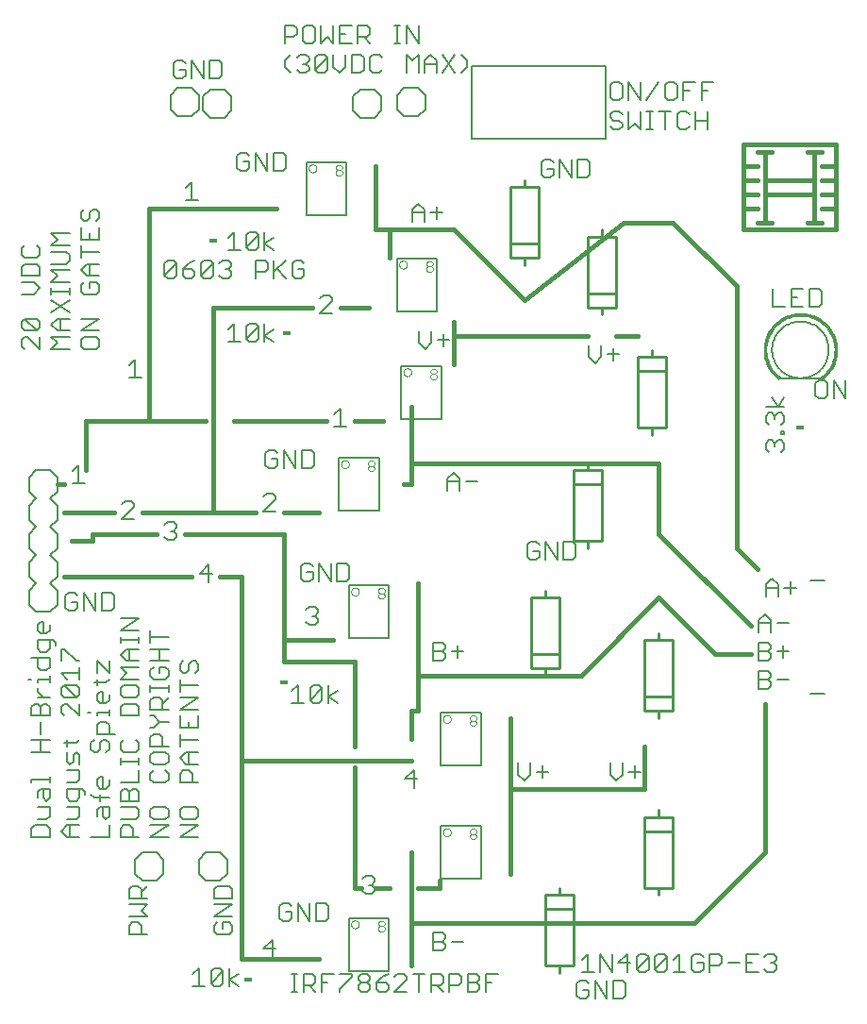
<source format=gto>
G75*
%MOIN*%
%OFA0B0*%
%FSLAX24Y24*%
%IPPOS*%
%LPD*%
%AMOC8*
5,1,8,0,0,1.08239X$1,22.5*
%
%ADD10C,0.0060*%
%ADD11C,0.0160*%
%ADD12C,0.0050*%
%ADD13C,0.0020*%
%ADD14C,0.0040*%
%ADD15C,0.0080*%
%ADD16R,0.0300X0.0180*%
%ADD17C,0.0100*%
%ADD18C,0.0010*%
D10*
X003979Y008430D02*
X003979Y008750D01*
X004086Y008857D01*
X004513Y008857D01*
X004620Y008750D01*
X004620Y008430D01*
X003979Y008430D01*
X004193Y009075D02*
X004513Y009075D01*
X004620Y009181D01*
X004620Y009502D01*
X004193Y009502D01*
X004193Y009826D02*
X004193Y010039D01*
X004300Y010146D01*
X004620Y010146D01*
X004620Y009826D01*
X004513Y009719D01*
X004406Y009826D01*
X004406Y010146D01*
X004620Y010364D02*
X004620Y010577D01*
X004620Y010470D02*
X003979Y010470D01*
X003979Y010364D01*
X003979Y011438D02*
X004620Y011438D01*
X004300Y011438D02*
X004300Y011865D01*
X004300Y012082D02*
X004300Y012509D01*
X004300Y012727D02*
X004300Y013047D01*
X004406Y013154D01*
X004513Y013154D01*
X004620Y013047D01*
X004620Y012727D01*
X003979Y012727D01*
X003979Y013047D01*
X004086Y013154D01*
X004193Y013154D01*
X004300Y013047D01*
X004406Y013372D02*
X004193Y013585D01*
X004193Y013692D01*
X004193Y013909D02*
X004193Y014015D01*
X004620Y014015D01*
X004620Y013909D02*
X004620Y014122D01*
X004513Y014338D02*
X004300Y014338D01*
X004193Y014445D01*
X004193Y014765D01*
X003979Y014765D02*
X004620Y014765D01*
X004620Y014445D01*
X004513Y014338D01*
X005029Y014230D02*
X005670Y014230D01*
X005670Y014443D02*
X005670Y014016D01*
X005563Y013799D02*
X005136Y013799D01*
X005563Y013372D01*
X005670Y013478D01*
X005670Y013692D01*
X005563Y013799D01*
X005243Y014016D02*
X005029Y014230D01*
X005136Y013799D02*
X005029Y013692D01*
X005029Y013478D01*
X005136Y013372D01*
X005563Y013372D01*
X005670Y013154D02*
X005670Y012727D01*
X005243Y013154D01*
X005136Y013154D01*
X005029Y013047D01*
X005029Y012834D01*
X005136Y012727D01*
X004620Y013372D02*
X004193Y013372D01*
X003979Y014015D02*
X003873Y014015D01*
X004300Y014983D02*
X004513Y014983D01*
X004620Y015090D01*
X004620Y015410D01*
X004727Y015410D02*
X004193Y015410D01*
X004193Y015090D01*
X004300Y014983D01*
X004834Y015196D02*
X004834Y015303D01*
X004727Y015410D01*
X004513Y015627D02*
X004300Y015627D01*
X004193Y015734D01*
X004193Y015948D01*
X004300Y016055D01*
X004406Y016055D01*
X004406Y015627D01*
X004513Y015627D02*
X004620Y015734D01*
X004620Y015948D01*
X005180Y016537D02*
X005287Y016430D01*
X005500Y016430D01*
X005607Y016537D01*
X005607Y016750D01*
X005394Y016750D01*
X005607Y016964D02*
X005500Y017071D01*
X005287Y017071D01*
X005180Y016964D01*
X005180Y016537D01*
X005825Y016430D02*
X005825Y017071D01*
X006252Y016430D01*
X006252Y017071D01*
X006469Y017071D02*
X006789Y017071D01*
X006896Y016964D01*
X006896Y016537D01*
X006789Y016430D01*
X006469Y016430D01*
X006469Y017071D01*
X007129Y016162D02*
X007770Y016162D01*
X007129Y015735D01*
X007770Y015735D01*
X007770Y015519D02*
X007770Y015305D01*
X007770Y015412D02*
X007129Y015412D01*
X007129Y015305D02*
X007129Y015519D01*
X007343Y015088D02*
X007770Y015088D01*
X007450Y015088D02*
X007450Y014661D01*
X007343Y014661D02*
X007129Y014874D01*
X007343Y015088D01*
X007343Y014661D02*
X007770Y014661D01*
X007770Y014443D02*
X007129Y014443D01*
X007343Y014230D01*
X007129Y014016D01*
X007770Y014016D01*
X007663Y013799D02*
X007236Y013799D01*
X007129Y013692D01*
X007129Y013478D01*
X007236Y013372D01*
X007663Y013372D01*
X007770Y013478D01*
X007770Y013692D01*
X007663Y013799D01*
X007663Y013154D02*
X007236Y013154D01*
X007129Y013047D01*
X007129Y012727D01*
X007770Y012727D01*
X007770Y013047D01*
X007663Y013154D01*
X008179Y013262D02*
X008179Y012942D01*
X008820Y012942D01*
X008606Y012942D02*
X008606Y013262D01*
X008500Y013369D01*
X008286Y013369D01*
X008179Y013262D01*
X008179Y013586D02*
X008179Y013800D01*
X008179Y013693D02*
X008820Y013693D01*
X008820Y013586D02*
X008820Y013800D01*
X008713Y014016D02*
X008820Y014123D01*
X008820Y014336D01*
X008713Y014443D01*
X008500Y014443D01*
X008500Y014230D01*
X008286Y014443D02*
X008179Y014336D01*
X008179Y014123D01*
X008286Y014016D01*
X008713Y014016D01*
X009229Y014013D02*
X009229Y013586D01*
X009229Y013800D02*
X009870Y013800D01*
X009870Y013369D02*
X009229Y013369D01*
X008820Y013369D02*
X008606Y013155D01*
X008286Y012724D02*
X008179Y012724D01*
X008286Y012724D02*
X008500Y012511D01*
X008820Y012511D01*
X008500Y012511D02*
X008286Y012297D01*
X008179Y012297D01*
X008286Y012080D02*
X008500Y012080D01*
X008606Y011973D01*
X008606Y011653D01*
X008820Y011653D02*
X008179Y011653D01*
X008179Y011973D01*
X008286Y012080D01*
X007770Y011758D02*
X007663Y011865D01*
X007770Y011758D02*
X007770Y011545D01*
X007663Y011438D01*
X007236Y011438D01*
X007129Y011545D01*
X007129Y011758D01*
X007236Y011865D01*
X006934Y012082D02*
X006293Y012082D01*
X006293Y012403D01*
X006400Y012509D01*
X006613Y012509D01*
X006720Y012403D01*
X006720Y012082D01*
X006613Y011865D02*
X006720Y011758D01*
X006720Y011545D01*
X006613Y011438D01*
X006400Y011545D02*
X006400Y011758D01*
X006506Y011865D01*
X006613Y011865D01*
X006400Y011545D02*
X006293Y011438D01*
X006186Y011438D01*
X006079Y011545D01*
X006079Y011758D01*
X006186Y011865D01*
X005670Y011866D02*
X005563Y011760D01*
X005136Y011760D01*
X005243Y011866D02*
X005243Y011653D01*
X005243Y011435D02*
X005243Y011115D01*
X005350Y011008D01*
X005456Y011115D01*
X005456Y011328D01*
X005563Y011435D01*
X005670Y011328D01*
X005670Y011008D01*
X005670Y010791D02*
X005243Y010791D01*
X005670Y010791D02*
X005670Y010470D01*
X005563Y010364D01*
X005243Y010364D01*
X005243Y010146D02*
X005243Y009826D01*
X005350Y009719D01*
X005563Y009719D01*
X005670Y009826D01*
X005670Y010146D01*
X005777Y010146D02*
X005243Y010146D01*
X005777Y010146D02*
X005884Y010039D01*
X005884Y009933D01*
X006079Y009933D02*
X006186Y009826D01*
X006720Y009826D01*
X006720Y009502D02*
X006400Y009502D01*
X006293Y009395D01*
X006293Y009181D01*
X006506Y009181D02*
X006506Y009502D01*
X006720Y009502D02*
X006720Y009181D01*
X006613Y009075D01*
X006506Y009181D01*
X006720Y008857D02*
X006720Y008430D01*
X006079Y008430D01*
X005670Y008430D02*
X005243Y008430D01*
X005029Y008644D01*
X005243Y008857D01*
X005670Y008857D01*
X005563Y009075D02*
X005243Y009075D01*
X005350Y008857D02*
X005350Y008430D01*
X005563Y009075D02*
X005670Y009181D01*
X005670Y009502D01*
X005243Y009502D01*
X006293Y010256D02*
X006293Y010469D01*
X006400Y010576D01*
X006506Y010576D01*
X006506Y010149D01*
X006400Y010149D02*
X006293Y010256D01*
X006400Y010149D02*
X006613Y010149D01*
X006720Y010256D01*
X006720Y010469D01*
X007129Y010364D02*
X007770Y010364D01*
X007770Y010791D01*
X007770Y011008D02*
X007770Y011222D01*
X007770Y011115D02*
X007129Y011115D01*
X007129Y011008D02*
X007129Y011222D01*
X008179Y011328D02*
X008179Y011115D01*
X008286Y011008D01*
X008713Y011008D01*
X008820Y011115D01*
X008820Y011328D01*
X008713Y011435D01*
X008286Y011435D01*
X008179Y011328D01*
X008286Y010791D02*
X008179Y010684D01*
X008179Y010470D01*
X008286Y010364D01*
X008713Y010364D01*
X008820Y010470D01*
X008820Y010684D01*
X008713Y010791D01*
X009229Y010684D02*
X009229Y010364D01*
X009870Y010364D01*
X009656Y010364D02*
X009656Y010684D01*
X009550Y010791D01*
X009336Y010791D01*
X009229Y010684D01*
X009443Y011008D02*
X009229Y011222D01*
X009443Y011435D01*
X009870Y011435D01*
X009550Y011435D02*
X009550Y011008D01*
X009443Y011008D02*
X009870Y011008D01*
X009870Y011866D02*
X009229Y011866D01*
X009229Y011653D02*
X009229Y012080D01*
X009229Y012297D02*
X009870Y012297D01*
X009870Y012724D01*
X009870Y012942D02*
X009229Y012942D01*
X009870Y013369D01*
X009763Y014231D02*
X009870Y014338D01*
X009870Y014551D01*
X009763Y014658D01*
X009656Y014658D01*
X009550Y014551D01*
X009550Y014338D01*
X009443Y014231D01*
X009336Y014231D01*
X009229Y014338D01*
X009229Y014551D01*
X009336Y014658D01*
X008820Y014661D02*
X008179Y014661D01*
X008500Y014661D02*
X008500Y015088D01*
X008820Y015088D02*
X008179Y015088D01*
X008179Y015305D02*
X008179Y015732D01*
X008179Y015519D02*
X008820Y015519D01*
X010250Y017430D02*
X010250Y018071D01*
X009930Y017750D01*
X010357Y017750D01*
X009107Y019037D02*
X009000Y018930D01*
X008787Y018930D01*
X008680Y019037D01*
X008894Y019250D02*
X009000Y019250D01*
X009107Y019144D01*
X009107Y019037D01*
X009000Y019250D02*
X009107Y019357D01*
X009107Y019464D01*
X009000Y019571D01*
X008787Y019571D01*
X008680Y019464D01*
X007607Y019680D02*
X007180Y019680D01*
X007607Y020107D01*
X007607Y020214D01*
X007500Y020321D01*
X007287Y020321D01*
X007180Y020214D01*
X005857Y020930D02*
X005430Y020930D01*
X005644Y020930D02*
X005644Y021571D01*
X005430Y021357D01*
X007430Y024680D02*
X007857Y024680D01*
X007644Y024680D02*
X007644Y025321D01*
X007430Y025107D01*
X006370Y025787D02*
X006370Y026000D01*
X006263Y026107D01*
X005836Y026107D01*
X005729Y026000D01*
X005729Y025787D01*
X005836Y025680D01*
X006263Y025680D01*
X006370Y025787D01*
X006370Y026325D02*
X005729Y026325D01*
X006370Y026752D01*
X005729Y026752D01*
X005320Y026752D02*
X004893Y026752D01*
X004679Y026538D01*
X004893Y026325D01*
X005320Y026325D01*
X005320Y026107D02*
X004679Y026107D01*
X004893Y025894D01*
X004679Y025680D01*
X005320Y025680D01*
X005000Y026325D02*
X005000Y026752D01*
X005320Y026969D02*
X004679Y027396D01*
X004679Y027614D02*
X004679Y027827D01*
X004679Y027720D02*
X005320Y027720D01*
X005320Y027614D02*
X005320Y027827D01*
X005320Y028043D02*
X004679Y028043D01*
X004893Y028257D01*
X004679Y028470D01*
X005320Y028470D01*
X005213Y028688D02*
X005320Y028795D01*
X005320Y029008D01*
X005213Y029115D01*
X004679Y029115D01*
X004679Y029332D02*
X004893Y029546D01*
X004679Y029759D01*
X005320Y029759D01*
X005320Y029332D02*
X004679Y029332D01*
X004270Y029223D02*
X004163Y029330D01*
X004270Y029223D02*
X004270Y029010D01*
X004163Y028903D01*
X003736Y028903D01*
X003629Y029010D01*
X003629Y029223D01*
X003736Y029330D01*
X003736Y028685D02*
X003629Y028578D01*
X003629Y028258D01*
X004270Y028258D01*
X004270Y028578D01*
X004163Y028685D01*
X003736Y028685D01*
X003629Y028041D02*
X004056Y028041D01*
X004270Y027827D01*
X004056Y027614D01*
X003629Y027614D01*
X003736Y026752D02*
X003629Y026645D01*
X003629Y026431D01*
X003736Y026325D01*
X004163Y026325D01*
X003736Y026752D01*
X004163Y026752D01*
X004270Y026645D01*
X004270Y026431D01*
X004163Y026325D01*
X004270Y026107D02*
X004270Y025680D01*
X003843Y026107D01*
X003736Y026107D01*
X003629Y026000D01*
X003629Y025787D01*
X003736Y025680D01*
X004679Y026969D02*
X005320Y027396D01*
X005729Y027720D02*
X005836Y027614D01*
X006263Y027614D01*
X006370Y027720D01*
X006370Y027934D01*
X006263Y028041D01*
X006050Y028041D01*
X006050Y027827D01*
X005836Y028041D02*
X005729Y027934D01*
X005729Y027720D01*
X005943Y028258D02*
X005729Y028472D01*
X005943Y028685D01*
X006370Y028685D01*
X006050Y028685D02*
X006050Y028258D01*
X005943Y028258D02*
X006370Y028258D01*
X005729Y028903D02*
X005729Y029330D01*
X005729Y029116D02*
X006370Y029116D01*
X006370Y029547D02*
X005729Y029547D01*
X005729Y029974D01*
X005836Y030192D02*
X005943Y030192D01*
X006050Y030299D01*
X006050Y030512D01*
X006156Y030619D01*
X006263Y030619D01*
X006370Y030512D01*
X006370Y030299D01*
X006263Y030192D01*
X006370Y029974D02*
X006370Y029547D01*
X006050Y029547D02*
X006050Y029761D01*
X005836Y030192D02*
X005729Y030299D01*
X005729Y030512D01*
X005836Y030619D01*
X005213Y028688D02*
X004679Y028688D01*
X008680Y028714D02*
X008680Y028287D01*
X009107Y028714D01*
X009107Y028287D01*
X009000Y028180D01*
X008787Y028180D01*
X008680Y028287D01*
X008680Y028714D02*
X008787Y028821D01*
X009000Y028821D01*
X009107Y028714D01*
X009325Y028500D02*
X009645Y028500D01*
X009752Y028394D01*
X009752Y028287D01*
X009645Y028180D01*
X009431Y028180D01*
X009325Y028287D01*
X009325Y028500D01*
X009538Y028714D01*
X009752Y028821D01*
X009969Y028714D02*
X010076Y028821D01*
X010289Y028821D01*
X010396Y028714D01*
X009969Y028287D01*
X010076Y028180D01*
X010289Y028180D01*
X010396Y028287D01*
X010396Y028714D01*
X010614Y028714D02*
X010720Y028821D01*
X010934Y028821D01*
X011041Y028714D01*
X011041Y028607D01*
X010934Y028500D01*
X011041Y028394D01*
X011041Y028287D01*
X010934Y028180D01*
X010720Y028180D01*
X010614Y028287D01*
X010827Y028500D02*
X010934Y028500D01*
X010930Y029180D02*
X011357Y029180D01*
X011144Y029180D02*
X011144Y029821D01*
X010930Y029607D01*
X011575Y029714D02*
X011575Y029287D01*
X012002Y029714D01*
X012002Y029287D01*
X011895Y029180D01*
X011681Y029180D01*
X011575Y029287D01*
X011903Y028821D02*
X012223Y028821D01*
X012330Y028714D01*
X012330Y028500D01*
X012223Y028394D01*
X011903Y028394D01*
X011903Y028180D02*
X011903Y028821D01*
X012219Y029180D02*
X012219Y029821D01*
X012002Y029714D02*
X011895Y029821D01*
X011681Y029821D01*
X011575Y029714D01*
X012219Y029394D02*
X012539Y029607D01*
X012219Y029394D02*
X012539Y029180D01*
X012547Y028821D02*
X012547Y028180D01*
X012547Y028394D02*
X012974Y028821D01*
X013192Y028714D02*
X013192Y028287D01*
X013299Y028180D01*
X013512Y028180D01*
X013619Y028287D01*
X013619Y028500D01*
X013405Y028500D01*
X013192Y028714D02*
X013299Y028821D01*
X013512Y028821D01*
X013619Y028714D01*
X012974Y028180D02*
X012654Y028500D01*
X014180Y027464D02*
X014287Y027571D01*
X014500Y027571D01*
X014607Y027464D01*
X014607Y027357D01*
X014180Y026930D01*
X014607Y026930D01*
X012539Y026357D02*
X012219Y026144D01*
X012539Y025930D01*
X012219Y025930D02*
X012219Y026571D01*
X012002Y026464D02*
X012002Y026037D01*
X011895Y025930D01*
X011681Y025930D01*
X011575Y026037D01*
X012002Y026464D01*
X011895Y026571D01*
X011681Y026571D01*
X011575Y026464D01*
X011575Y026037D01*
X011357Y025930D02*
X010930Y025930D01*
X011144Y025930D02*
X011144Y026571D01*
X010930Y026357D01*
X009969Y028287D02*
X009969Y028714D01*
X009857Y030930D02*
X009430Y030930D01*
X009644Y030930D02*
X009644Y031571D01*
X009430Y031357D01*
X011246Y032087D02*
X011353Y031980D01*
X011567Y031980D01*
X011673Y032087D01*
X011673Y032300D01*
X011460Y032300D01*
X011246Y032087D02*
X011246Y032514D01*
X011353Y032621D01*
X011567Y032621D01*
X011673Y032514D01*
X011891Y032621D02*
X012318Y031980D01*
X012318Y032621D01*
X012535Y032621D02*
X012856Y032621D01*
X012962Y032514D01*
X012962Y032087D01*
X012856Y031980D01*
X012535Y031980D01*
X012535Y032621D01*
X011891Y032621D02*
X011891Y031980D01*
X010606Y035230D02*
X010285Y035230D01*
X010285Y035871D01*
X010606Y035871D01*
X010712Y035764D01*
X010712Y035337D01*
X010606Y035230D01*
X010068Y035230D02*
X010068Y035871D01*
X009641Y035871D02*
X009641Y035230D01*
X009423Y035337D02*
X009423Y035550D01*
X009210Y035550D01*
X009423Y035337D02*
X009317Y035230D01*
X009103Y035230D01*
X008996Y035337D01*
X008996Y035764D01*
X009103Y035871D01*
X009317Y035871D01*
X009423Y035764D01*
X009641Y035871D02*
X010068Y035230D01*
X012930Y035644D02*
X012930Y035857D01*
X013144Y036071D01*
X013360Y035964D02*
X013466Y036071D01*
X013680Y036071D01*
X013787Y035964D01*
X013787Y035857D01*
X013680Y035750D01*
X013787Y035644D01*
X013787Y035537D01*
X013680Y035430D01*
X013466Y035430D01*
X013360Y035537D01*
X013144Y035430D02*
X012930Y035644D01*
X013573Y035750D02*
X013680Y035750D01*
X014004Y035537D02*
X014004Y035964D01*
X014111Y036071D01*
X014325Y036071D01*
X014431Y035964D01*
X014004Y035537D01*
X014111Y035430D01*
X014325Y035430D01*
X014431Y035537D01*
X014431Y035964D01*
X014649Y036071D02*
X014649Y035644D01*
X014862Y035430D01*
X015076Y035644D01*
X015076Y036071D01*
X015293Y036071D02*
X015614Y036071D01*
X015720Y035964D01*
X015720Y035537D01*
X015614Y035430D01*
X015293Y035430D01*
X015293Y036071D01*
X015291Y036480D02*
X014864Y036480D01*
X014864Y037121D01*
X015291Y037121D01*
X015508Y037121D02*
X015828Y037121D01*
X015935Y037014D01*
X015935Y036800D01*
X015828Y036694D01*
X015508Y036694D01*
X015722Y036694D02*
X015935Y036480D01*
X016045Y036071D02*
X015938Y035964D01*
X015938Y035537D01*
X016045Y035430D01*
X016258Y035430D01*
X016365Y035537D01*
X016365Y035964D02*
X016258Y036071D01*
X016045Y036071D01*
X015508Y036480D02*
X015508Y037121D01*
X015077Y036800D02*
X014864Y036800D01*
X014646Y036480D02*
X014646Y037121D01*
X014219Y037121D02*
X014219Y036480D01*
X014433Y036694D01*
X014646Y036480D01*
X014002Y036587D02*
X014002Y037014D01*
X013895Y037121D01*
X013681Y037121D01*
X013575Y037014D01*
X013575Y036587D01*
X013681Y036480D01*
X013895Y036480D01*
X014002Y036587D01*
X013357Y036800D02*
X013357Y037014D01*
X013250Y037121D01*
X012930Y037121D01*
X012930Y036480D01*
X012930Y036694D02*
X013250Y036694D01*
X013357Y036800D01*
X016797Y036480D02*
X017011Y036480D01*
X016904Y036480D02*
X016904Y037121D01*
X016797Y037121D02*
X017011Y037121D01*
X017227Y037121D02*
X017654Y036480D01*
X017654Y037121D01*
X017227Y037121D02*
X017227Y036480D01*
X017227Y036071D02*
X017441Y035857D01*
X017654Y036071D01*
X017654Y035430D01*
X017872Y035430D02*
X017872Y035857D01*
X018085Y036071D01*
X018299Y035857D01*
X018299Y035430D01*
X018516Y035430D02*
X018943Y036071D01*
X019161Y036071D02*
X019374Y035857D01*
X019374Y035644D01*
X019161Y035430D01*
X018943Y035430D02*
X018516Y036071D01*
X018299Y035750D02*
X017872Y035750D01*
X017227Y035430D02*
X017227Y036071D01*
X017644Y030821D02*
X017430Y030607D01*
X017430Y030180D01*
X017430Y030500D02*
X017857Y030500D01*
X017857Y030607D02*
X017857Y030180D01*
X018075Y030500D02*
X018502Y030500D01*
X018288Y030287D02*
X018288Y030714D01*
X017857Y030607D02*
X017644Y030821D01*
X017680Y026321D02*
X017680Y025894D01*
X017894Y025680D01*
X018107Y025894D01*
X018107Y026321D01*
X018325Y026000D02*
X018752Y026000D01*
X018538Y025787D02*
X018538Y026214D01*
X015107Y022930D02*
X014680Y022930D01*
X014894Y022930D02*
X014894Y023571D01*
X014680Y023357D01*
X013856Y022121D02*
X013535Y022121D01*
X013535Y021480D01*
X013856Y021480D01*
X013962Y021587D01*
X013962Y022014D01*
X013856Y022121D01*
X013318Y022121D02*
X013318Y021480D01*
X012891Y022121D01*
X012891Y021480D01*
X012673Y021587D02*
X012673Y021800D01*
X012460Y021800D01*
X012673Y021587D02*
X012567Y021480D01*
X012353Y021480D01*
X012246Y021587D01*
X012246Y022014D01*
X012353Y022121D01*
X012567Y022121D01*
X012673Y022014D01*
X012500Y020571D02*
X012287Y020571D01*
X012180Y020464D01*
X012500Y020571D02*
X012607Y020464D01*
X012607Y020357D01*
X012180Y019930D01*
X012607Y019930D01*
X013603Y018121D02*
X013496Y018014D01*
X013496Y017587D01*
X013603Y017480D01*
X013817Y017480D01*
X013923Y017587D01*
X013923Y017800D01*
X013710Y017800D01*
X013923Y018014D02*
X013817Y018121D01*
X013603Y018121D01*
X014141Y018121D02*
X014141Y017480D01*
X014568Y017480D02*
X014568Y018121D01*
X014785Y018121D02*
X015106Y018121D01*
X015212Y018014D01*
X015212Y017587D01*
X015106Y017480D01*
X014785Y017480D01*
X014785Y018121D01*
X014141Y018121D02*
X014568Y017480D01*
X014000Y016571D02*
X014107Y016464D01*
X014107Y016357D01*
X014000Y016250D01*
X014107Y016144D01*
X014107Y016037D01*
X014000Y015930D01*
X013787Y015930D01*
X013680Y016037D01*
X013894Y016250D02*
X014000Y016250D01*
X014000Y016571D02*
X013787Y016571D01*
X013680Y016464D01*
X013931Y013821D02*
X014145Y013821D01*
X014252Y013714D01*
X013825Y013287D01*
X013931Y013180D01*
X014145Y013180D01*
X014252Y013287D01*
X014252Y013714D01*
X014469Y013821D02*
X014469Y013180D01*
X014469Y013394D02*
X014789Y013607D01*
X014469Y013394D02*
X014789Y013180D01*
X013825Y013287D02*
X013825Y013714D01*
X013931Y013821D01*
X013607Y013180D02*
X013180Y013180D01*
X013394Y013180D02*
X013394Y013821D01*
X013180Y013607D01*
X009550Y012511D02*
X009550Y012297D01*
X009229Y012297D02*
X009229Y012724D01*
X006720Y012727D02*
X006720Y012941D01*
X006720Y012834D02*
X006293Y012834D01*
X006293Y012727D01*
X006079Y012834D02*
X005973Y012834D01*
X006400Y013157D02*
X006293Y013263D01*
X006293Y013477D01*
X006400Y013584D01*
X006506Y013584D01*
X006506Y013157D01*
X006400Y013157D02*
X006613Y013157D01*
X006720Y013263D01*
X006720Y013477D01*
X006613Y013908D02*
X006186Y013908D01*
X006293Y013801D02*
X006293Y014015D01*
X006293Y014231D02*
X006293Y014658D01*
X006720Y014231D01*
X006720Y014658D01*
X006720Y014015D02*
X006613Y013908D01*
X005670Y014661D02*
X005563Y014661D01*
X005136Y015088D01*
X005029Y015088D01*
X005029Y014661D01*
X004620Y011865D02*
X003979Y011865D01*
X006400Y009933D02*
X006400Y009719D01*
X007129Y009719D02*
X007129Y010039D01*
X007236Y010146D01*
X007343Y010146D01*
X007450Y010039D01*
X007450Y009719D01*
X007663Y009502D02*
X007129Y009502D01*
X007129Y009719D02*
X007770Y009719D01*
X007770Y010039D01*
X007663Y010146D01*
X007556Y010146D01*
X007450Y010039D01*
X007663Y009502D02*
X007770Y009395D01*
X007770Y009181D01*
X007663Y009075D01*
X007129Y009075D01*
X007236Y008857D02*
X007450Y008857D01*
X007556Y008750D01*
X007556Y008430D01*
X007770Y008430D02*
X007129Y008430D01*
X007129Y008750D01*
X007236Y008857D01*
X008179Y008857D02*
X008820Y008857D01*
X008179Y008430D01*
X008820Y008430D01*
X009229Y008430D02*
X009870Y008857D01*
X009229Y008857D01*
X009336Y009075D02*
X009763Y009075D01*
X009870Y009181D01*
X009870Y009395D01*
X009763Y009502D01*
X009336Y009502D01*
X009229Y009395D01*
X009229Y009181D01*
X009336Y009075D01*
X008820Y009181D02*
X008820Y009395D01*
X008713Y009502D01*
X008286Y009502D01*
X008179Y009395D01*
X008179Y009181D01*
X008286Y009075D01*
X008713Y009075D01*
X008820Y009181D01*
X009229Y008430D02*
X009870Y008430D01*
X010536Y006712D02*
X010429Y006606D01*
X010429Y006285D01*
X011070Y006285D01*
X011070Y006606D01*
X010963Y006712D01*
X010536Y006712D01*
X010429Y006068D02*
X011070Y006068D01*
X010429Y005641D01*
X011070Y005641D01*
X010963Y005423D02*
X010750Y005423D01*
X010750Y005210D01*
X010963Y005423D02*
X011070Y005317D01*
X011070Y005103D01*
X010963Y004996D01*
X010536Y004996D01*
X010429Y005103D01*
X010429Y005317D01*
X010536Y005423D01*
X010431Y003821D02*
X010325Y003714D01*
X010325Y003287D01*
X010752Y003714D01*
X010752Y003287D01*
X010645Y003180D01*
X010431Y003180D01*
X010325Y003287D01*
X010107Y003180D02*
X009680Y003180D01*
X009894Y003180D02*
X009894Y003821D01*
X009680Y003607D01*
X010431Y003821D02*
X010645Y003821D01*
X010752Y003714D01*
X010969Y003821D02*
X010969Y003180D01*
X010969Y003394D02*
X011289Y003607D01*
X010969Y003394D02*
X011289Y003180D01*
X012180Y004500D02*
X012607Y004500D01*
X012500Y004180D02*
X012500Y004821D01*
X012180Y004500D01*
X012853Y005480D02*
X012746Y005587D01*
X012746Y006014D01*
X012853Y006121D01*
X013067Y006121D01*
X013173Y006014D01*
X013173Y005800D02*
X012960Y005800D01*
X013173Y005800D02*
X013173Y005587D01*
X013067Y005480D01*
X012853Y005480D01*
X013391Y005480D02*
X013391Y006121D01*
X013818Y005480D01*
X013818Y006121D01*
X014035Y006121D02*
X014356Y006121D01*
X014462Y006014D01*
X014462Y005587D01*
X014356Y005480D01*
X014035Y005480D01*
X014035Y006121D01*
X015680Y006537D02*
X015787Y006430D01*
X016000Y006430D01*
X016107Y006537D01*
X016107Y006644D01*
X016000Y006750D01*
X015894Y006750D01*
X016000Y006750D02*
X016107Y006857D01*
X016107Y006964D01*
X016000Y007071D01*
X015787Y007071D01*
X015680Y006964D01*
X018180Y005071D02*
X018180Y004430D01*
X018500Y004430D01*
X018607Y004537D01*
X018607Y004644D01*
X018500Y004750D01*
X018180Y004750D01*
X018500Y004750D02*
X018607Y004857D01*
X018607Y004964D01*
X018500Y005071D01*
X018180Y005071D01*
X018825Y004750D02*
X019252Y004750D01*
X019391Y003621D02*
X019711Y003621D01*
X019818Y003514D01*
X019818Y003407D01*
X019711Y003300D01*
X019391Y003300D01*
X019173Y003300D02*
X019067Y003194D01*
X018746Y003194D01*
X018746Y002980D02*
X018746Y003621D01*
X019067Y003621D01*
X019173Y003514D01*
X019173Y003300D01*
X019391Y002980D02*
X019711Y002980D01*
X019818Y003087D01*
X019818Y003194D01*
X019711Y003300D01*
X020035Y003300D02*
X020249Y003300D01*
X020035Y002980D02*
X020035Y003621D01*
X020462Y003621D01*
X019391Y003621D02*
X019391Y002980D01*
X018529Y002980D02*
X018315Y003194D01*
X018422Y003194D02*
X018102Y003194D01*
X018102Y002980D02*
X018102Y003621D01*
X018422Y003621D01*
X018529Y003514D01*
X018529Y003300D01*
X018422Y003194D01*
X017884Y003621D02*
X017457Y003621D01*
X017671Y003621D02*
X017671Y002980D01*
X017240Y002980D02*
X016813Y002980D01*
X017240Y003407D01*
X017240Y003514D01*
X017133Y003621D01*
X016919Y003621D01*
X016813Y003514D01*
X016595Y003621D02*
X016382Y003514D01*
X016168Y003300D01*
X016488Y003300D01*
X016595Y003194D01*
X016595Y003087D01*
X016488Y002980D01*
X016275Y002980D01*
X016168Y003087D01*
X016168Y003300D01*
X015951Y003194D02*
X015951Y003087D01*
X015844Y002980D01*
X015630Y002980D01*
X015524Y003087D01*
X015524Y003194D01*
X015630Y003300D01*
X015844Y003300D01*
X015951Y003194D01*
X015844Y003300D02*
X015951Y003407D01*
X015951Y003514D01*
X015844Y003621D01*
X015630Y003621D01*
X015524Y003514D01*
X015524Y003407D01*
X015630Y003300D01*
X015306Y003514D02*
X014879Y003087D01*
X014879Y002980D01*
X014448Y003300D02*
X014234Y003300D01*
X014017Y003300D02*
X014017Y003514D01*
X013910Y003621D01*
X013590Y003621D01*
X013590Y002980D01*
X013590Y003194D02*
X013910Y003194D01*
X014017Y003300D01*
X013803Y003194D02*
X014017Y002980D01*
X014234Y002980D02*
X014234Y003621D01*
X014662Y003621D01*
X014879Y003621D02*
X015306Y003621D01*
X015306Y003514D01*
X013374Y003621D02*
X013160Y003621D01*
X013267Y003621D02*
X013267Y002980D01*
X013160Y002980D02*
X013374Y002980D01*
X008070Y004996D02*
X007429Y004996D01*
X007429Y005317D01*
X007536Y005423D01*
X007750Y005423D01*
X007856Y005317D01*
X007856Y004996D01*
X008070Y005641D02*
X007429Y005641D01*
X007429Y006068D02*
X008070Y006068D01*
X007856Y005854D01*
X008070Y005641D01*
X008070Y006285D02*
X007429Y006285D01*
X007429Y006606D01*
X007536Y006712D01*
X007750Y006712D01*
X007856Y006606D01*
X007856Y006285D01*
X007856Y006499D02*
X008070Y006712D01*
X017180Y010500D02*
X017607Y010500D01*
X017500Y010180D02*
X017500Y010821D01*
X017180Y010500D01*
X018180Y014680D02*
X018500Y014680D01*
X018607Y014787D01*
X018607Y014894D01*
X018500Y015000D01*
X018180Y015000D01*
X018180Y014680D02*
X018180Y015321D01*
X018500Y015321D01*
X018607Y015214D01*
X018607Y015107D01*
X018500Y015000D01*
X018825Y015000D02*
X019252Y015000D01*
X019038Y014787D02*
X019038Y015214D01*
X021603Y018230D02*
X021817Y018230D01*
X021923Y018337D01*
X021923Y018550D01*
X021710Y018550D01*
X021496Y018337D02*
X021496Y018764D01*
X021603Y018871D01*
X021817Y018871D01*
X021923Y018764D01*
X022141Y018871D02*
X022568Y018230D01*
X022568Y018871D01*
X022785Y018871D02*
X023106Y018871D01*
X023212Y018764D01*
X023212Y018337D01*
X023106Y018230D01*
X022785Y018230D01*
X022785Y018871D01*
X022141Y018871D02*
X022141Y018230D01*
X021603Y018230D02*
X021496Y018337D01*
X019752Y021000D02*
X019325Y021000D01*
X019107Y021000D02*
X018680Y021000D01*
X018680Y021107D02*
X018894Y021321D01*
X019107Y021107D01*
X019107Y020680D01*
X018680Y020680D02*
X018680Y021107D01*
X023680Y025394D02*
X023894Y025180D01*
X024107Y025394D01*
X024107Y025821D01*
X024325Y025500D02*
X024752Y025500D01*
X024538Y025287D02*
X024538Y025714D01*
X023680Y025821D02*
X023680Y025394D01*
X023606Y031730D02*
X023285Y031730D01*
X023285Y032371D01*
X023606Y032371D01*
X023712Y032264D01*
X023712Y031837D01*
X023606Y031730D01*
X023068Y031730D02*
X023068Y032371D01*
X022641Y032371D02*
X022641Y031730D01*
X022423Y031837D02*
X022423Y032050D01*
X022210Y032050D01*
X022423Y031837D02*
X022317Y031730D01*
X022103Y031730D01*
X021996Y031837D01*
X021996Y032264D01*
X022103Y032371D01*
X022317Y032371D01*
X022423Y032264D01*
X022641Y032371D02*
X023068Y031730D01*
X024537Y033430D02*
X024430Y033537D01*
X024537Y033430D02*
X024750Y033430D01*
X024857Y033537D01*
X024857Y033644D01*
X024750Y033750D01*
X024537Y033750D01*
X024430Y033857D01*
X024430Y033964D01*
X024537Y034071D01*
X024750Y034071D01*
X024857Y033964D01*
X025075Y034071D02*
X025075Y033430D01*
X025288Y033644D01*
X025502Y033430D01*
X025502Y034071D01*
X025719Y034071D02*
X025933Y034071D01*
X025826Y034071D02*
X025826Y033430D01*
X025719Y033430D02*
X025933Y033430D01*
X026362Y033430D02*
X026362Y034071D01*
X026149Y034071D02*
X026576Y034071D01*
X026793Y033964D02*
X026793Y033537D01*
X026900Y033430D01*
X027114Y033430D01*
X027220Y033537D01*
X027438Y033430D02*
X027438Y034071D01*
X027220Y033964D02*
X027114Y034071D01*
X026900Y034071D01*
X026793Y033964D01*
X026684Y034480D02*
X026470Y034480D01*
X026364Y034587D01*
X026364Y035014D01*
X026470Y035121D01*
X026684Y035121D01*
X026791Y035014D01*
X026791Y034587D01*
X026684Y034480D01*
X027008Y034480D02*
X027008Y035121D01*
X027435Y035121D01*
X027653Y035121D02*
X028080Y035121D01*
X027866Y034800D02*
X027653Y034800D01*
X027653Y034480D02*
X027653Y035121D01*
X027222Y034800D02*
X027008Y034800D01*
X026146Y035121D02*
X025719Y034480D01*
X025502Y034480D02*
X025502Y035121D01*
X025075Y035121D02*
X025075Y034480D01*
X024857Y034587D02*
X024857Y035014D01*
X024750Y035121D01*
X024537Y035121D01*
X024430Y035014D01*
X024430Y034587D01*
X024537Y034480D01*
X024750Y034480D01*
X024857Y034587D01*
X025075Y035121D02*
X025502Y034480D01*
X027438Y033750D02*
X027865Y033750D01*
X027865Y033430D02*
X027865Y034071D01*
X030180Y027821D02*
X030180Y027180D01*
X030607Y027180D01*
X030825Y027180D02*
X031252Y027180D01*
X031469Y027180D02*
X031789Y027180D01*
X031896Y027287D01*
X031896Y027714D01*
X031789Y027821D01*
X031469Y027821D01*
X031469Y027180D01*
X031038Y027500D02*
X030825Y027500D01*
X030825Y027180D02*
X030825Y027821D01*
X031252Y027821D01*
X030150Y025650D02*
X030152Y025713D01*
X030158Y025775D01*
X030168Y025837D01*
X030181Y025899D01*
X030199Y025959D01*
X030220Y026018D01*
X030245Y026076D01*
X030274Y026132D01*
X030306Y026186D01*
X030341Y026238D01*
X030379Y026287D01*
X030421Y026335D01*
X030465Y026379D01*
X030513Y026421D01*
X030562Y026459D01*
X030614Y026494D01*
X030668Y026526D01*
X030724Y026555D01*
X030782Y026580D01*
X030841Y026601D01*
X030901Y026619D01*
X030963Y026632D01*
X031025Y026642D01*
X031087Y026648D01*
X031150Y026650D01*
X031213Y026648D01*
X031275Y026642D01*
X031337Y026632D01*
X031399Y026619D01*
X031459Y026601D01*
X031518Y026580D01*
X031576Y026555D01*
X031632Y026526D01*
X031686Y026494D01*
X031738Y026459D01*
X031787Y026421D01*
X031835Y026379D01*
X031879Y026335D01*
X031921Y026287D01*
X031959Y026238D01*
X031994Y026186D01*
X032026Y026132D01*
X032055Y026076D01*
X032080Y026018D01*
X032101Y025959D01*
X032119Y025899D01*
X032132Y025837D01*
X032142Y025775D01*
X032148Y025713D01*
X032150Y025650D01*
X032148Y025587D01*
X032142Y025525D01*
X032132Y025463D01*
X032119Y025401D01*
X032101Y025341D01*
X032080Y025282D01*
X032055Y025224D01*
X032026Y025168D01*
X031994Y025114D01*
X031959Y025062D01*
X031921Y025013D01*
X031879Y024965D01*
X031835Y024921D01*
X031787Y024879D01*
X031738Y024841D01*
X031686Y024806D01*
X031632Y024774D01*
X031576Y024745D01*
X031518Y024720D01*
X031459Y024699D01*
X031399Y024681D01*
X031337Y024668D01*
X031275Y024658D01*
X031213Y024652D01*
X031150Y024650D01*
X031087Y024652D01*
X031025Y024658D01*
X030963Y024668D01*
X030901Y024681D01*
X030841Y024699D01*
X030782Y024720D01*
X030724Y024745D01*
X030668Y024774D01*
X030614Y024806D01*
X030562Y024841D01*
X030513Y024879D01*
X030465Y024921D01*
X030421Y024965D01*
X030379Y025013D01*
X030341Y025062D01*
X030306Y025114D01*
X030274Y025168D01*
X030245Y025224D01*
X030220Y025282D01*
X030199Y025341D01*
X030181Y025401D01*
X030168Y025463D01*
X030158Y025525D01*
X030152Y025587D01*
X030150Y025650D01*
X030143Y023963D02*
X030356Y023643D01*
X030570Y023963D01*
X030570Y023643D02*
X029929Y023643D01*
X030036Y023425D02*
X030143Y023425D01*
X030250Y023319D01*
X030356Y023425D01*
X030463Y023425D01*
X030570Y023319D01*
X030570Y023105D01*
X030463Y022998D01*
X030463Y022783D02*
X030570Y022783D01*
X030570Y022676D01*
X030463Y022676D01*
X030463Y022783D01*
X030463Y022459D02*
X030570Y022352D01*
X030570Y022138D01*
X030463Y022031D01*
X030250Y022245D02*
X030250Y022352D01*
X030356Y022459D01*
X030463Y022459D01*
X030250Y022352D02*
X030143Y022459D01*
X030036Y022459D01*
X029929Y022352D01*
X029929Y022138D01*
X030036Y022031D01*
X030036Y022998D02*
X029929Y023105D01*
X029929Y023319D01*
X030036Y023425D01*
X030250Y023319D02*
X030250Y023212D01*
X031680Y024037D02*
X031787Y023930D01*
X032000Y023930D01*
X032107Y024037D01*
X032107Y024464D01*
X032000Y024571D01*
X031787Y024571D01*
X031680Y024464D01*
X031680Y024037D01*
X032325Y023930D02*
X032325Y024571D01*
X032752Y023930D01*
X032752Y024571D01*
X030788Y017464D02*
X030788Y017037D01*
X030575Y017250D02*
X031002Y017250D01*
X030357Y017250D02*
X029930Y017250D01*
X029930Y017357D02*
X029930Y016930D01*
X030357Y016930D02*
X030357Y017357D01*
X030144Y017571D01*
X029930Y017357D01*
X029894Y016321D02*
X030107Y016107D01*
X030107Y015680D01*
X030107Y016000D02*
X029680Y016000D01*
X029680Y016107D02*
X029894Y016321D01*
X029680Y016107D02*
X029680Y015680D01*
X029680Y015321D02*
X030000Y015321D01*
X030107Y015214D01*
X030107Y015107D01*
X030000Y015000D01*
X029680Y015000D01*
X029680Y014680D02*
X030000Y014680D01*
X030107Y014787D01*
X030107Y014894D01*
X030000Y015000D01*
X030325Y015000D02*
X030752Y015000D01*
X030538Y014787D02*
X030538Y015214D01*
X030325Y016000D02*
X030752Y016000D01*
X029680Y015321D02*
X029680Y014680D01*
X029680Y014321D02*
X030000Y014321D01*
X030107Y014214D01*
X030107Y014107D01*
X030000Y014000D01*
X029680Y014000D01*
X029680Y013680D02*
X030000Y013680D01*
X030107Y013787D01*
X030107Y013894D01*
X030000Y014000D01*
X030325Y014000D02*
X030752Y014000D01*
X029680Y013680D02*
X029680Y014321D01*
X025502Y010750D02*
X025075Y010750D01*
X024857Y010644D02*
X024857Y011071D01*
X024857Y010644D02*
X024644Y010430D01*
X024430Y010644D01*
X024430Y011071D01*
X025288Y010964D02*
X025288Y010537D01*
X022252Y010750D02*
X021825Y010750D01*
X021607Y010644D02*
X021607Y011071D01*
X021180Y011071D02*
X021180Y010644D01*
X021394Y010430D01*
X021607Y010644D01*
X022038Y010537D02*
X022038Y010964D01*
X023644Y004321D02*
X023644Y003680D01*
X023857Y003680D02*
X023430Y003680D01*
X023353Y003371D02*
X023246Y003264D01*
X023246Y002837D01*
X023353Y002730D01*
X023567Y002730D01*
X023673Y002837D01*
X023673Y003050D01*
X023460Y003050D01*
X023673Y003264D02*
X023567Y003371D01*
X023353Y003371D01*
X023891Y003371D02*
X023891Y002730D01*
X024318Y002730D02*
X023891Y003371D01*
X024075Y003680D02*
X024075Y004321D01*
X024502Y003680D01*
X024502Y004321D01*
X024719Y004000D02*
X025146Y004000D01*
X025364Y003787D02*
X025791Y004214D01*
X025791Y003787D01*
X025684Y003680D01*
X025470Y003680D01*
X025364Y003787D01*
X025364Y004214D01*
X025470Y004321D01*
X025684Y004321D01*
X025791Y004214D01*
X026008Y004214D02*
X026008Y003787D01*
X026435Y004214D01*
X026435Y003787D01*
X026328Y003680D01*
X026115Y003680D01*
X026008Y003787D01*
X026008Y004214D02*
X026115Y004321D01*
X026328Y004321D01*
X026435Y004214D01*
X026653Y004107D02*
X026866Y004321D01*
X026866Y003680D01*
X026653Y003680D02*
X027080Y003680D01*
X027297Y003787D02*
X027297Y004214D01*
X027404Y004321D01*
X027618Y004321D01*
X027724Y004214D01*
X027724Y004000D02*
X027511Y004000D01*
X027724Y004000D02*
X027724Y003787D01*
X027618Y003680D01*
X027404Y003680D01*
X027297Y003787D01*
X027942Y003894D02*
X028262Y003894D01*
X028369Y004000D01*
X028369Y004214D01*
X028262Y004321D01*
X027942Y004321D01*
X027942Y003680D01*
X028586Y004000D02*
X029013Y004000D01*
X029231Y004000D02*
X029444Y004000D01*
X029231Y003680D02*
X029658Y003680D01*
X029875Y003787D02*
X029982Y003680D01*
X030196Y003680D01*
X030303Y003787D01*
X030303Y003894D01*
X030196Y004000D01*
X030089Y004000D01*
X030196Y004000D02*
X030303Y004107D01*
X030303Y004214D01*
X030196Y004321D01*
X029982Y004321D01*
X029875Y004214D01*
X029658Y004321D02*
X029231Y004321D01*
X029231Y003680D01*
X025039Y003680D02*
X025039Y004321D01*
X024719Y004000D01*
X024856Y003371D02*
X024535Y003371D01*
X024535Y002730D01*
X024856Y002730D01*
X024962Y002837D01*
X024962Y003264D01*
X024856Y003371D01*
X024318Y003371D02*
X024318Y002730D01*
X023430Y004107D02*
X023644Y004321D01*
D11*
X020900Y007150D02*
X020900Y010150D01*
X020900Y012650D01*
X020900Y010150D02*
X025650Y010150D01*
X025650Y011650D01*
X023400Y014150D02*
X026150Y016900D01*
X028150Y014900D01*
X029400Y014900D01*
X029400Y015900D02*
X026150Y019150D01*
X026150Y021650D01*
X017400Y021650D01*
X017400Y023650D01*
X016400Y023150D02*
X015400Y023150D01*
X014400Y023150D02*
X011150Y023150D01*
X010150Y023150D02*
X008150Y023150D01*
X005900Y023150D01*
X005900Y021400D01*
X005150Y020900D02*
X004900Y020900D01*
X005150Y019900D02*
X006900Y019900D01*
X006150Y019150D02*
X006150Y018900D01*
X005400Y018900D01*
X006150Y019150D02*
X008400Y019150D01*
X007900Y019900D02*
X010400Y019900D01*
X010400Y027150D01*
X013900Y027150D01*
X014900Y027150D02*
X015900Y027150D01*
X016650Y028900D02*
X016650Y029900D01*
X018900Y029900D01*
X021400Y027400D01*
X024900Y030150D01*
X026650Y030150D01*
X028900Y027900D01*
X028900Y018650D01*
X029650Y017900D01*
X029900Y013150D02*
X029900Y007900D01*
X027400Y005400D01*
X017400Y005400D01*
X017400Y003900D01*
X017400Y005400D02*
X017400Y007900D01*
X017650Y006650D02*
X018400Y006650D01*
X018400Y006900D01*
X016650Y006650D02*
X016150Y006650D01*
X015650Y006650D02*
X015400Y006650D01*
X015400Y010900D01*
X015400Y011650D02*
X015400Y014650D01*
X012900Y014650D01*
X012900Y015400D01*
X014650Y015400D01*
X012900Y015400D02*
X012900Y019150D01*
X009400Y019150D01*
X010400Y019900D02*
X011900Y019900D01*
X012900Y019900D02*
X014150Y019900D01*
X017150Y020900D02*
X017400Y020900D01*
X017400Y021650D01*
X018900Y025150D02*
X018900Y026150D01*
X023650Y026150D01*
X024650Y026150D02*
X025400Y026150D01*
X029150Y029900D02*
X032400Y029900D01*
X032400Y030650D01*
X031900Y030650D01*
X031900Y030150D02*
X031400Y030150D01*
X031650Y030150D02*
X031650Y031150D01*
X029900Y031150D01*
X029900Y030150D01*
X030150Y030150D01*
X029900Y030150D02*
X029650Y030150D01*
X029650Y030650D02*
X029150Y030650D01*
X029150Y031150D01*
X029650Y031150D01*
X029900Y031150D02*
X029900Y031650D01*
X031650Y031650D01*
X031650Y031150D01*
X031900Y031150D02*
X032400Y031150D01*
X032400Y030650D01*
X032400Y031150D02*
X032400Y031650D01*
X031900Y031650D01*
X031650Y031650D02*
X031650Y032650D01*
X031400Y032650D01*
X031650Y032650D02*
X031900Y032650D01*
X031900Y032150D02*
X032400Y032150D01*
X032400Y031650D01*
X032400Y032150D02*
X032400Y032900D01*
X029150Y032900D01*
X029150Y032150D01*
X029650Y032150D01*
X029650Y031650D02*
X029150Y031650D01*
X029150Y032150D01*
X029150Y031650D02*
X029150Y031150D01*
X029150Y030650D02*
X029150Y029900D01*
X029900Y031650D02*
X029900Y032650D01*
X030150Y032650D01*
X029900Y032650D02*
X029650Y032650D01*
X018900Y026650D02*
X018900Y026150D01*
X016650Y029900D02*
X016150Y029900D01*
X016150Y032150D01*
X012650Y030650D02*
X008150Y030650D01*
X008150Y023150D01*
X009650Y017650D02*
X005150Y017650D01*
X010650Y017650D02*
X011400Y017650D01*
X011400Y011150D01*
X017400Y011150D01*
X017400Y011900D02*
X017400Y012900D01*
X017650Y012900D01*
X017650Y014150D01*
X023400Y014150D01*
X017650Y014150D02*
X017650Y017400D01*
X011400Y011150D02*
X011400Y004150D01*
X014150Y004150D01*
D12*
X015190Y003720D02*
X016610Y003720D01*
X016610Y005580D01*
X015190Y005580D01*
X015190Y003720D01*
X018440Y006970D02*
X019860Y006970D01*
X019860Y008830D01*
X018440Y008830D01*
X018440Y006970D01*
X018440Y010970D02*
X019860Y010970D01*
X019860Y012830D01*
X018440Y012830D01*
X018440Y010970D01*
X016610Y015470D02*
X015190Y015470D01*
X015190Y017330D01*
X016610Y017330D01*
X016610Y015470D01*
X016260Y019970D02*
X014840Y019970D01*
X014840Y021830D01*
X016260Y021830D01*
X016260Y019970D01*
X017040Y023220D02*
X018460Y023220D01*
X018460Y025080D01*
X017040Y025080D01*
X017040Y023220D01*
X016890Y027020D02*
X018310Y027020D01*
X018310Y028880D01*
X016890Y028880D01*
X016890Y027020D01*
X015110Y030420D02*
X015110Y032280D01*
X013690Y032280D01*
X013690Y030420D01*
X015110Y030420D01*
X019540Y033120D02*
X019540Y035680D01*
X024260Y035680D01*
X024260Y033120D01*
X019540Y033120D01*
D13*
X016970Y028660D02*
X016972Y028683D01*
X016978Y028705D01*
X016987Y028727D01*
X017000Y028746D01*
X017015Y028763D01*
X017033Y028777D01*
X017054Y028788D01*
X017076Y028796D01*
X017098Y028800D01*
X017122Y028800D01*
X017144Y028796D01*
X017166Y028788D01*
X017187Y028777D01*
X017205Y028763D01*
X017220Y028746D01*
X017233Y028727D01*
X017242Y028705D01*
X017248Y028683D01*
X017250Y028660D01*
X017248Y028637D01*
X017242Y028615D01*
X017233Y028593D01*
X017220Y028574D01*
X017205Y028557D01*
X017187Y028543D01*
X017166Y028532D01*
X017144Y028524D01*
X017122Y028520D01*
X017098Y028520D01*
X017076Y028524D01*
X017054Y028532D01*
X017033Y028543D01*
X017015Y028557D01*
X017000Y028574D01*
X016987Y028593D01*
X016978Y028615D01*
X016972Y028637D01*
X016970Y028660D01*
X013770Y032060D02*
X013772Y032083D01*
X013778Y032105D01*
X013787Y032127D01*
X013800Y032146D01*
X013815Y032163D01*
X013833Y032177D01*
X013854Y032188D01*
X013876Y032196D01*
X013898Y032200D01*
X013922Y032200D01*
X013944Y032196D01*
X013966Y032188D01*
X013987Y032177D01*
X014005Y032163D01*
X014020Y032146D01*
X014033Y032127D01*
X014042Y032105D01*
X014048Y032083D01*
X014050Y032060D01*
X014048Y032037D01*
X014042Y032015D01*
X014033Y031993D01*
X014020Y031974D01*
X014005Y031957D01*
X013987Y031943D01*
X013966Y031932D01*
X013944Y031924D01*
X013922Y031920D01*
X013898Y031920D01*
X013876Y031924D01*
X013854Y031932D01*
X013833Y031943D01*
X013815Y031957D01*
X013800Y031974D01*
X013787Y031993D01*
X013778Y032015D01*
X013772Y032037D01*
X013770Y032060D01*
X017120Y024860D02*
X017122Y024883D01*
X017128Y024905D01*
X017137Y024927D01*
X017150Y024946D01*
X017165Y024963D01*
X017183Y024977D01*
X017204Y024988D01*
X017226Y024996D01*
X017248Y025000D01*
X017272Y025000D01*
X017294Y024996D01*
X017316Y024988D01*
X017337Y024977D01*
X017355Y024963D01*
X017370Y024946D01*
X017383Y024927D01*
X017392Y024905D01*
X017398Y024883D01*
X017400Y024860D01*
X017398Y024837D01*
X017392Y024815D01*
X017383Y024793D01*
X017370Y024774D01*
X017355Y024757D01*
X017337Y024743D01*
X017316Y024732D01*
X017294Y024724D01*
X017272Y024720D01*
X017248Y024720D01*
X017226Y024724D01*
X017204Y024732D01*
X017183Y024743D01*
X017165Y024757D01*
X017150Y024774D01*
X017137Y024793D01*
X017128Y024815D01*
X017122Y024837D01*
X017120Y024860D01*
X014920Y021610D02*
X014922Y021633D01*
X014928Y021655D01*
X014937Y021677D01*
X014950Y021696D01*
X014965Y021713D01*
X014983Y021727D01*
X015004Y021738D01*
X015026Y021746D01*
X015048Y021750D01*
X015072Y021750D01*
X015094Y021746D01*
X015116Y021738D01*
X015137Y021727D01*
X015155Y021713D01*
X015170Y021696D01*
X015183Y021677D01*
X015192Y021655D01*
X015198Y021633D01*
X015200Y021610D01*
X015198Y021587D01*
X015192Y021565D01*
X015183Y021543D01*
X015170Y021524D01*
X015155Y021507D01*
X015137Y021493D01*
X015116Y021482D01*
X015094Y021474D01*
X015072Y021470D01*
X015048Y021470D01*
X015026Y021474D01*
X015004Y021482D01*
X014983Y021493D01*
X014965Y021507D01*
X014950Y021524D01*
X014937Y021543D01*
X014928Y021565D01*
X014922Y021587D01*
X014920Y021610D01*
X015270Y017110D02*
X015272Y017133D01*
X015278Y017155D01*
X015287Y017177D01*
X015300Y017196D01*
X015315Y017213D01*
X015333Y017227D01*
X015354Y017238D01*
X015376Y017246D01*
X015398Y017250D01*
X015422Y017250D01*
X015444Y017246D01*
X015466Y017238D01*
X015487Y017227D01*
X015505Y017213D01*
X015520Y017196D01*
X015533Y017177D01*
X015542Y017155D01*
X015548Y017133D01*
X015550Y017110D01*
X015548Y017087D01*
X015542Y017065D01*
X015533Y017043D01*
X015520Y017024D01*
X015505Y017007D01*
X015487Y016993D01*
X015466Y016982D01*
X015444Y016974D01*
X015422Y016970D01*
X015398Y016970D01*
X015376Y016974D01*
X015354Y016982D01*
X015333Y016993D01*
X015315Y017007D01*
X015300Y017024D01*
X015287Y017043D01*
X015278Y017065D01*
X015272Y017087D01*
X015270Y017110D01*
X018520Y012610D02*
X018522Y012633D01*
X018528Y012655D01*
X018537Y012677D01*
X018550Y012696D01*
X018565Y012713D01*
X018583Y012727D01*
X018604Y012738D01*
X018626Y012746D01*
X018648Y012750D01*
X018672Y012750D01*
X018694Y012746D01*
X018716Y012738D01*
X018737Y012727D01*
X018755Y012713D01*
X018770Y012696D01*
X018783Y012677D01*
X018792Y012655D01*
X018798Y012633D01*
X018800Y012610D01*
X018798Y012587D01*
X018792Y012565D01*
X018783Y012543D01*
X018770Y012524D01*
X018755Y012507D01*
X018737Y012493D01*
X018716Y012482D01*
X018694Y012474D01*
X018672Y012470D01*
X018648Y012470D01*
X018626Y012474D01*
X018604Y012482D01*
X018583Y012493D01*
X018565Y012507D01*
X018550Y012524D01*
X018537Y012543D01*
X018528Y012565D01*
X018522Y012587D01*
X018520Y012610D01*
X018520Y008610D02*
X018522Y008633D01*
X018528Y008655D01*
X018537Y008677D01*
X018550Y008696D01*
X018565Y008713D01*
X018583Y008727D01*
X018604Y008738D01*
X018626Y008746D01*
X018648Y008750D01*
X018672Y008750D01*
X018694Y008746D01*
X018716Y008738D01*
X018737Y008727D01*
X018755Y008713D01*
X018770Y008696D01*
X018783Y008677D01*
X018792Y008655D01*
X018798Y008633D01*
X018800Y008610D01*
X018798Y008587D01*
X018792Y008565D01*
X018783Y008543D01*
X018770Y008524D01*
X018755Y008507D01*
X018737Y008493D01*
X018716Y008482D01*
X018694Y008474D01*
X018672Y008470D01*
X018648Y008470D01*
X018626Y008474D01*
X018604Y008482D01*
X018583Y008493D01*
X018565Y008507D01*
X018550Y008524D01*
X018537Y008543D01*
X018528Y008565D01*
X018522Y008587D01*
X018520Y008610D01*
X015270Y005360D02*
X015272Y005383D01*
X015278Y005405D01*
X015287Y005427D01*
X015300Y005446D01*
X015315Y005463D01*
X015333Y005477D01*
X015354Y005488D01*
X015376Y005496D01*
X015398Y005500D01*
X015422Y005500D01*
X015444Y005496D01*
X015466Y005488D01*
X015487Y005477D01*
X015505Y005463D01*
X015520Y005446D01*
X015533Y005427D01*
X015542Y005405D01*
X015548Y005383D01*
X015550Y005360D01*
X015548Y005337D01*
X015542Y005315D01*
X015533Y005293D01*
X015520Y005274D01*
X015505Y005257D01*
X015487Y005243D01*
X015466Y005232D01*
X015444Y005224D01*
X015422Y005220D01*
X015398Y005220D01*
X015376Y005224D01*
X015354Y005232D01*
X015333Y005243D01*
X015315Y005257D01*
X015300Y005274D01*
X015287Y005293D01*
X015278Y005315D01*
X015272Y005337D01*
X015270Y005360D01*
D14*
X016220Y005360D02*
X016220Y005420D01*
X016280Y005480D01*
X016400Y005480D01*
X016460Y005420D01*
X016460Y005360D01*
X016400Y005300D01*
X016280Y005300D01*
X016220Y005360D01*
X016280Y005300D02*
X016220Y005240D01*
X016220Y005180D01*
X016280Y005120D01*
X016400Y005120D01*
X016460Y005180D01*
X016460Y005240D01*
X016400Y005300D01*
X019470Y008430D02*
X019470Y008490D01*
X019530Y008550D01*
X019650Y008550D01*
X019710Y008490D01*
X019710Y008430D01*
X019650Y008370D01*
X019530Y008370D01*
X019470Y008430D01*
X019530Y008550D02*
X019470Y008610D01*
X019470Y008670D01*
X019530Y008730D01*
X019650Y008730D01*
X019710Y008670D01*
X019710Y008610D01*
X019650Y008550D01*
X019650Y012370D02*
X019530Y012370D01*
X019470Y012430D01*
X019470Y012490D01*
X019530Y012550D01*
X019650Y012550D01*
X019710Y012490D01*
X019710Y012430D01*
X019650Y012370D01*
X019650Y012550D02*
X019710Y012610D01*
X019710Y012670D01*
X019650Y012730D01*
X019530Y012730D01*
X019470Y012670D01*
X019470Y012610D01*
X019530Y012550D01*
X016400Y016870D02*
X016280Y016870D01*
X016220Y016930D01*
X016220Y016990D01*
X016280Y017050D01*
X016400Y017050D01*
X016460Y016990D01*
X016460Y016930D01*
X016400Y016870D01*
X016400Y017050D02*
X016460Y017110D01*
X016460Y017170D01*
X016400Y017230D01*
X016280Y017230D01*
X016220Y017170D01*
X016220Y017110D01*
X016280Y017050D01*
X016050Y021370D02*
X015930Y021370D01*
X015870Y021430D01*
X015870Y021490D01*
X015930Y021550D01*
X016050Y021550D01*
X016110Y021490D01*
X016110Y021430D01*
X016050Y021370D01*
X016050Y021550D02*
X016110Y021610D01*
X016110Y021670D01*
X016050Y021730D01*
X015930Y021730D01*
X015870Y021670D01*
X015870Y021610D01*
X015930Y021550D01*
X018130Y024620D02*
X018070Y024680D01*
X018070Y024740D01*
X018130Y024800D01*
X018250Y024800D01*
X018310Y024740D01*
X018310Y024680D01*
X018250Y024620D01*
X018130Y024620D01*
X018130Y024800D02*
X018070Y024860D01*
X018070Y024920D01*
X018130Y024980D01*
X018250Y024980D01*
X018310Y024920D01*
X018310Y024860D01*
X018250Y024800D01*
X018100Y028420D02*
X017980Y028420D01*
X017920Y028480D01*
X017920Y028540D01*
X017980Y028600D01*
X018100Y028600D01*
X018160Y028540D01*
X018160Y028480D01*
X018100Y028420D01*
X018100Y028600D02*
X018160Y028660D01*
X018160Y028720D01*
X018100Y028780D01*
X017980Y028780D01*
X017920Y028720D01*
X017920Y028660D01*
X017980Y028600D01*
X014900Y031820D02*
X014780Y031820D01*
X014720Y031880D01*
X014720Y031940D01*
X014780Y032000D01*
X014900Y032000D01*
X014960Y031940D01*
X014960Y031880D01*
X014900Y031820D01*
X014900Y032000D02*
X014960Y032060D01*
X014960Y032120D01*
X014900Y032180D01*
X014780Y032180D01*
X014720Y032120D01*
X014720Y032060D01*
X014780Y032000D01*
D15*
X015600Y033850D02*
X016100Y033850D01*
X016350Y034100D01*
X016350Y034600D01*
X016100Y034850D01*
X015600Y034850D01*
X015350Y034600D01*
X015350Y034100D01*
X015600Y033850D01*
X016900Y034150D02*
X017150Y033900D01*
X017650Y033900D01*
X017900Y034150D01*
X017900Y034650D01*
X017650Y034900D01*
X017150Y034900D01*
X016900Y034650D01*
X016900Y034150D01*
X011050Y034100D02*
X010800Y033850D01*
X010300Y033850D01*
X010050Y034100D01*
X010050Y034600D01*
X010300Y034850D01*
X010800Y034850D01*
X011050Y034600D01*
X011050Y034100D01*
X009900Y034150D02*
X009900Y034650D01*
X009650Y034900D01*
X009150Y034900D01*
X008900Y034650D01*
X008900Y034150D01*
X009150Y033900D01*
X009650Y033900D01*
X009900Y034150D01*
X004650Y021400D02*
X004150Y021400D01*
X003900Y021150D01*
X003900Y020650D01*
X004150Y020400D01*
X003900Y020150D01*
X003900Y019650D01*
X004150Y019400D01*
X003900Y019150D01*
X003900Y018650D01*
X004150Y018400D01*
X003900Y018150D01*
X003900Y017650D01*
X004150Y017400D01*
X003900Y017150D01*
X003900Y016650D01*
X004150Y016400D01*
X004650Y016400D01*
X004900Y016650D01*
X004900Y017150D01*
X004650Y017400D01*
X004900Y017650D01*
X004900Y018150D01*
X004650Y018400D01*
X004900Y018650D01*
X004900Y019150D01*
X004650Y019400D01*
X004900Y019650D01*
X004900Y020150D01*
X004650Y020400D01*
X004900Y020650D01*
X004900Y021150D01*
X004650Y021400D01*
X007900Y007900D02*
X007650Y007650D01*
X007650Y007150D01*
X007900Y006900D01*
X008400Y006900D01*
X008650Y007150D01*
X008650Y007650D01*
X008400Y007900D01*
X007900Y007900D01*
X009900Y007650D02*
X009900Y007150D01*
X010150Y006900D01*
X010650Y006900D01*
X010900Y007150D01*
X010900Y007650D01*
X010650Y007900D01*
X010150Y007900D01*
X009900Y007650D01*
X030400Y024650D02*
X031900Y024650D01*
X032000Y017500D02*
X031500Y017500D01*
X031500Y013500D02*
X032000Y013500D01*
D16*
X031150Y022900D03*
X013000Y026250D03*
X010400Y029500D03*
X012900Y013900D03*
X011650Y003400D03*
D17*
X021650Y014400D02*
X021650Y014900D01*
X022650Y014900D01*
X022650Y016900D01*
X022150Y016900D01*
X022150Y017150D01*
X022150Y016900D02*
X021650Y016900D01*
X021650Y014900D01*
X021650Y014400D02*
X022150Y014400D01*
X022150Y014150D01*
X022150Y014400D02*
X022650Y014400D01*
X022650Y014900D01*
X025650Y015400D02*
X025650Y013400D01*
X026650Y013400D01*
X026650Y015400D01*
X026150Y015400D01*
X026150Y015650D01*
X026150Y015400D02*
X025650Y015400D01*
X025650Y013400D02*
X025650Y012900D01*
X026150Y012900D01*
X026150Y012650D01*
X026150Y012900D02*
X026650Y012900D01*
X026650Y013400D01*
X026150Y009400D02*
X026150Y009150D01*
X025650Y009150D01*
X025650Y008650D01*
X026650Y008650D01*
X026650Y009150D01*
X026150Y009150D01*
X025650Y008650D02*
X025650Y006650D01*
X026150Y006650D01*
X026150Y006400D01*
X026150Y006650D02*
X026650Y006650D01*
X026650Y008650D01*
X023150Y006400D02*
X023150Y005900D01*
X022150Y005900D01*
X022150Y003900D01*
X022650Y003900D01*
X022650Y003650D01*
X022650Y003900D02*
X023150Y003900D01*
X023150Y005900D01*
X023150Y006400D02*
X022650Y006400D01*
X022650Y006650D01*
X022650Y006400D02*
X022150Y006400D01*
X022150Y005900D01*
X023650Y018650D02*
X023650Y018900D01*
X024150Y018900D01*
X024150Y020900D01*
X023150Y020900D01*
X023150Y018900D01*
X023650Y018900D01*
X023150Y020900D02*
X023150Y021400D01*
X023650Y021400D01*
X023650Y021650D01*
X023650Y021400D02*
X024150Y021400D01*
X024150Y020900D01*
X025400Y022900D02*
X025900Y022900D01*
X025900Y022650D01*
X025900Y022900D02*
X026400Y022900D01*
X026400Y024900D01*
X025400Y024900D01*
X025400Y022900D01*
X025400Y024900D02*
X025400Y025400D01*
X025900Y025400D01*
X025900Y025650D01*
X025900Y025400D02*
X026400Y025400D01*
X026400Y024900D01*
X024650Y027150D02*
X024150Y027150D01*
X024150Y026900D01*
X024150Y027150D02*
X023650Y027150D01*
X023650Y027650D01*
X024650Y027650D01*
X024650Y029650D01*
X024150Y029650D01*
X024150Y029900D01*
X024150Y029650D02*
X023650Y029650D01*
X023650Y027650D01*
X024650Y027650D02*
X024650Y027150D01*
X021900Y028900D02*
X021400Y028900D01*
X021400Y028650D01*
X021400Y028900D02*
X020900Y028900D01*
X020900Y029400D01*
X021900Y029400D01*
X021900Y031400D01*
X021400Y031400D01*
X021400Y031650D01*
X021400Y031400D02*
X020900Y031400D01*
X020900Y029400D01*
X021900Y029400D02*
X021900Y028900D01*
D18*
X031930Y024618D02*
X031876Y024690D01*
X031877Y024689D02*
X031930Y024732D01*
X031981Y024777D01*
X032029Y024826D01*
X032074Y024877D01*
X032117Y024931D01*
X032156Y024987D01*
X032192Y025045D01*
X032225Y025105D01*
X032254Y025166D01*
X032279Y025230D01*
X032301Y025294D01*
X032320Y025360D01*
X032334Y025427D01*
X032345Y025494D01*
X032352Y025562D01*
X032355Y025630D01*
X032354Y025699D01*
X032349Y025767D01*
X032341Y025835D01*
X032328Y025902D01*
X032312Y025968D01*
X032292Y026033D01*
X032269Y026098D01*
X032242Y026160D01*
X032211Y026221D01*
X032177Y026280D01*
X032140Y026338D01*
X032099Y026393D01*
X032055Y026445D01*
X032009Y026495D01*
X031960Y026542D01*
X031908Y026587D01*
X031854Y026628D01*
X031797Y026667D01*
X031738Y026702D01*
X031678Y026733D01*
X031616Y026761D01*
X031552Y026786D01*
X031487Y026807D01*
X031421Y026824D01*
X031354Y026838D01*
X031286Y026847D01*
X031218Y026853D01*
X031150Y026855D01*
X031082Y026853D01*
X031014Y026847D01*
X030946Y026838D01*
X030879Y026824D01*
X030813Y026807D01*
X030748Y026786D01*
X030684Y026761D01*
X030622Y026733D01*
X030562Y026702D01*
X030503Y026667D01*
X030446Y026628D01*
X030392Y026587D01*
X030340Y026542D01*
X030291Y026495D01*
X030245Y026445D01*
X030201Y026393D01*
X030160Y026338D01*
X030123Y026280D01*
X030089Y026221D01*
X030058Y026160D01*
X030031Y026098D01*
X030008Y026033D01*
X029988Y025968D01*
X029972Y025902D01*
X029959Y025835D01*
X029951Y025767D01*
X029946Y025699D01*
X029945Y025630D01*
X029948Y025562D01*
X029955Y025494D01*
X029966Y025427D01*
X029980Y025360D01*
X029999Y025294D01*
X030021Y025230D01*
X030046Y025166D01*
X030075Y025105D01*
X030108Y025045D01*
X030144Y024987D01*
X030183Y024931D01*
X030226Y024877D01*
X030271Y024826D01*
X030319Y024777D01*
X030370Y024732D01*
X030423Y024689D01*
X030370Y024618D01*
X030369Y024617D01*
X030314Y024661D01*
X030261Y024709D01*
X030210Y024759D01*
X030163Y024812D01*
X030119Y024867D01*
X030077Y024925D01*
X030039Y024985D01*
X030004Y025046D01*
X029973Y025110D01*
X029945Y025175D01*
X029921Y025242D01*
X029900Y025310D01*
X029884Y025379D01*
X029871Y025449D01*
X029862Y025519D01*
X029856Y025590D01*
X029855Y025661D01*
X029858Y025732D01*
X029864Y025803D01*
X029874Y025873D01*
X029888Y025942D01*
X029906Y026011D01*
X029928Y026079D01*
X029953Y026145D01*
X029982Y026210D01*
X030015Y026273D01*
X030051Y026334D01*
X030090Y026393D01*
X030132Y026450D01*
X030177Y026505D01*
X030226Y026557D01*
X030277Y026606D01*
X030330Y026653D01*
X030387Y026696D01*
X030445Y026736D01*
X030506Y026773D01*
X030568Y026807D01*
X030632Y026837D01*
X030698Y026864D01*
X030765Y026887D01*
X030834Y026906D01*
X030903Y026921D01*
X030973Y026933D01*
X031044Y026941D01*
X031115Y026945D01*
X031185Y026945D01*
X031256Y026941D01*
X031327Y026933D01*
X031397Y026921D01*
X031466Y026906D01*
X031535Y026887D01*
X031602Y026864D01*
X031668Y026837D01*
X031732Y026807D01*
X031794Y026773D01*
X031855Y026736D01*
X031913Y026696D01*
X031970Y026653D01*
X032023Y026606D01*
X032074Y026557D01*
X032123Y026505D01*
X032168Y026450D01*
X032210Y026393D01*
X032249Y026334D01*
X032285Y026273D01*
X032318Y026210D01*
X032347Y026145D01*
X032372Y026079D01*
X032394Y026011D01*
X032412Y025942D01*
X032426Y025873D01*
X032436Y025803D01*
X032442Y025732D01*
X032445Y025661D01*
X032444Y025590D01*
X032438Y025519D01*
X032429Y025449D01*
X032416Y025379D01*
X032400Y025310D01*
X032379Y025242D01*
X032355Y025175D01*
X032327Y025110D01*
X032296Y025046D01*
X032261Y024985D01*
X032223Y024925D01*
X032181Y024867D01*
X032137Y024812D01*
X032090Y024759D01*
X032039Y024709D01*
X031986Y024661D01*
X031931Y024617D01*
X031926Y024624D01*
X031981Y024669D01*
X032034Y024716D01*
X032085Y024767D01*
X032132Y024820D01*
X032177Y024876D01*
X032218Y024934D01*
X032256Y024994D01*
X032291Y025056D01*
X032322Y025120D01*
X032349Y025186D01*
X032373Y025253D01*
X032393Y025322D01*
X032410Y025391D01*
X032422Y025461D01*
X032431Y025532D01*
X032435Y025603D01*
X032436Y025674D01*
X032432Y025745D01*
X032425Y025816D01*
X032414Y025887D01*
X032399Y025956D01*
X032380Y026025D01*
X032357Y026093D01*
X032331Y026159D01*
X032301Y026224D01*
X032267Y026286D01*
X032231Y026347D01*
X032190Y026406D01*
X032147Y026463D01*
X032100Y026517D01*
X032051Y026568D01*
X031998Y026616D01*
X031944Y026662D01*
X031886Y026704D01*
X031827Y026743D01*
X031765Y026779D01*
X031702Y026812D01*
X031637Y026840D01*
X031570Y026866D01*
X031502Y026887D01*
X031433Y026905D01*
X031363Y026918D01*
X031292Y026928D01*
X031221Y026934D01*
X031150Y026936D01*
X031079Y026934D01*
X031008Y026928D01*
X030937Y026918D01*
X030867Y026905D01*
X030798Y026887D01*
X030730Y026866D01*
X030663Y026840D01*
X030598Y026812D01*
X030535Y026779D01*
X030473Y026743D01*
X030414Y026704D01*
X030356Y026662D01*
X030302Y026616D01*
X030249Y026568D01*
X030200Y026517D01*
X030153Y026463D01*
X030110Y026406D01*
X030069Y026347D01*
X030033Y026286D01*
X029999Y026224D01*
X029969Y026159D01*
X029943Y026093D01*
X029920Y026025D01*
X029901Y025956D01*
X029886Y025887D01*
X029875Y025816D01*
X029868Y025745D01*
X029864Y025674D01*
X029865Y025603D01*
X029869Y025532D01*
X029878Y025461D01*
X029890Y025391D01*
X029907Y025322D01*
X029927Y025253D01*
X029951Y025186D01*
X029978Y025120D01*
X030009Y025056D01*
X030044Y024994D01*
X030082Y024934D01*
X030123Y024876D01*
X030168Y024820D01*
X030215Y024767D01*
X030266Y024716D01*
X030319Y024669D01*
X030374Y024624D01*
X030380Y024631D01*
X030325Y024676D01*
X030272Y024723D01*
X030222Y024773D01*
X030175Y024826D01*
X030131Y024881D01*
X030089Y024939D01*
X030052Y024998D01*
X030017Y025060D01*
X029986Y025124D01*
X029959Y025189D01*
X029935Y025256D01*
X029915Y025324D01*
X029899Y025393D01*
X029887Y025462D01*
X029878Y025533D01*
X029874Y025603D01*
X029873Y025674D01*
X029877Y025745D01*
X029884Y025815D01*
X029895Y025885D01*
X029910Y025954D01*
X029929Y026022D01*
X029951Y026090D01*
X029977Y026155D01*
X030007Y026220D01*
X030040Y026282D01*
X030077Y026342D01*
X030117Y026401D01*
X030160Y026457D01*
X030206Y026511D01*
X030256Y026561D01*
X030307Y026610D01*
X030362Y026655D01*
X030419Y026697D01*
X030478Y026736D01*
X030539Y026771D01*
X030602Y026804D01*
X030667Y026832D01*
X030733Y026857D01*
X030801Y026878D01*
X030869Y026896D01*
X030939Y026909D01*
X031009Y026919D01*
X031079Y026925D01*
X031150Y026927D01*
X031221Y026925D01*
X031291Y026919D01*
X031361Y026909D01*
X031431Y026896D01*
X031499Y026878D01*
X031567Y026857D01*
X031633Y026832D01*
X031698Y026804D01*
X031761Y026771D01*
X031822Y026736D01*
X031881Y026697D01*
X031938Y026655D01*
X031993Y026610D01*
X032044Y026561D01*
X032094Y026511D01*
X032140Y026457D01*
X032183Y026401D01*
X032223Y026342D01*
X032260Y026282D01*
X032293Y026220D01*
X032323Y026155D01*
X032349Y026090D01*
X032371Y026022D01*
X032390Y025954D01*
X032405Y025885D01*
X032416Y025815D01*
X032423Y025745D01*
X032427Y025674D01*
X032426Y025603D01*
X032422Y025533D01*
X032413Y025462D01*
X032401Y025393D01*
X032385Y025324D01*
X032365Y025256D01*
X032341Y025189D01*
X032314Y025124D01*
X032283Y025060D01*
X032248Y024998D01*
X032211Y024939D01*
X032169Y024881D01*
X032125Y024826D01*
X032078Y024773D01*
X032028Y024723D01*
X031975Y024676D01*
X031920Y024631D01*
X031915Y024639D01*
X031970Y024683D01*
X032023Y024731D01*
X032073Y024781D01*
X032121Y024834D01*
X032165Y024890D01*
X032206Y024948D01*
X032243Y025008D01*
X032278Y025070D01*
X032308Y025134D01*
X032335Y025200D01*
X032359Y025267D01*
X032378Y025335D01*
X032394Y025405D01*
X032406Y025475D01*
X032414Y025545D01*
X032418Y025616D01*
X032417Y025687D01*
X032413Y025758D01*
X032405Y025829D01*
X032393Y025899D01*
X032377Y025968D01*
X032358Y026036D01*
X032334Y026104D01*
X032307Y026169D01*
X032276Y026233D01*
X032242Y026295D01*
X032204Y026355D01*
X032162Y026413D01*
X032118Y026469D01*
X032071Y026522D01*
X032020Y026572D01*
X031967Y026619D01*
X031912Y026664D01*
X031854Y026705D01*
X031794Y026742D01*
X031731Y026777D01*
X031667Y026808D01*
X031602Y026835D01*
X031535Y026858D01*
X031466Y026878D01*
X031397Y026894D01*
X031327Y026906D01*
X031256Y026914D01*
X031186Y026918D01*
X031114Y026918D01*
X031044Y026914D01*
X030973Y026906D01*
X030903Y026894D01*
X030834Y026878D01*
X030765Y026858D01*
X030698Y026835D01*
X030633Y026808D01*
X030569Y026777D01*
X030506Y026742D01*
X030446Y026705D01*
X030388Y026664D01*
X030333Y026619D01*
X030280Y026572D01*
X030229Y026522D01*
X030182Y026469D01*
X030138Y026413D01*
X030096Y026355D01*
X030058Y026295D01*
X030024Y026233D01*
X029993Y026169D01*
X029966Y026104D01*
X029942Y026036D01*
X029923Y025968D01*
X029907Y025899D01*
X029895Y025829D01*
X029887Y025758D01*
X029883Y025687D01*
X029882Y025616D01*
X029886Y025545D01*
X029894Y025475D01*
X029906Y025405D01*
X029922Y025335D01*
X029941Y025267D01*
X029965Y025200D01*
X029992Y025134D01*
X030022Y025070D01*
X030057Y025008D01*
X030094Y024948D01*
X030135Y024890D01*
X030179Y024834D01*
X030227Y024781D01*
X030277Y024731D01*
X030330Y024683D01*
X030385Y024639D01*
X030391Y024646D01*
X030336Y024690D01*
X030283Y024737D01*
X030233Y024787D01*
X030186Y024840D01*
X030142Y024895D01*
X030102Y024953D01*
X030064Y025012D01*
X030030Y025074D01*
X030000Y025138D01*
X029973Y025203D01*
X029950Y025270D01*
X029930Y025338D01*
X029915Y025406D01*
X029903Y025476D01*
X029895Y025546D01*
X029891Y025617D01*
X029892Y025687D01*
X029896Y025758D01*
X029904Y025828D01*
X029916Y025897D01*
X029931Y025966D01*
X029951Y026034D01*
X029974Y026100D01*
X030001Y026165D01*
X030032Y026229D01*
X030066Y026291D01*
X030104Y026350D01*
X030145Y026408D01*
X030189Y026463D01*
X030236Y026516D01*
X030286Y026565D01*
X030338Y026612D01*
X030394Y026656D01*
X030451Y026697D01*
X030511Y026735D01*
X030573Y026769D01*
X030636Y026799D01*
X030701Y026826D01*
X030768Y026850D01*
X030836Y026869D01*
X030905Y026885D01*
X030974Y026897D01*
X031044Y026905D01*
X031115Y026909D01*
X031185Y026909D01*
X031256Y026905D01*
X031326Y026897D01*
X031395Y026885D01*
X031464Y026869D01*
X031532Y026850D01*
X031599Y026826D01*
X031664Y026799D01*
X031727Y026769D01*
X031789Y026735D01*
X031849Y026697D01*
X031906Y026656D01*
X031962Y026612D01*
X032014Y026565D01*
X032064Y026516D01*
X032111Y026463D01*
X032155Y026408D01*
X032196Y026350D01*
X032234Y026291D01*
X032268Y026229D01*
X032299Y026165D01*
X032326Y026100D01*
X032349Y026034D01*
X032369Y025966D01*
X032384Y025897D01*
X032396Y025828D01*
X032404Y025758D01*
X032408Y025687D01*
X032409Y025617D01*
X032405Y025546D01*
X032397Y025476D01*
X032385Y025406D01*
X032370Y025338D01*
X032350Y025270D01*
X032327Y025203D01*
X032300Y025138D01*
X032270Y025074D01*
X032236Y025012D01*
X032198Y024953D01*
X032158Y024895D01*
X032114Y024840D01*
X032067Y024787D01*
X032017Y024737D01*
X031964Y024690D01*
X031909Y024646D01*
X031904Y024653D01*
X031959Y024697D01*
X032011Y024744D01*
X032060Y024793D01*
X032107Y024846D01*
X032150Y024900D01*
X032191Y024958D01*
X032228Y025017D01*
X032262Y025078D01*
X032292Y025142D01*
X032319Y025206D01*
X032342Y025273D01*
X032361Y025340D01*
X032376Y025408D01*
X032388Y025477D01*
X032396Y025547D01*
X032400Y025617D01*
X032399Y025687D01*
X032395Y025757D01*
X032387Y025826D01*
X032376Y025895D01*
X032360Y025964D01*
X032341Y026031D01*
X032317Y026097D01*
X032290Y026162D01*
X032260Y026225D01*
X032226Y026286D01*
X032189Y026345D01*
X032148Y026403D01*
X032104Y026457D01*
X032058Y026509D01*
X032008Y026559D01*
X031956Y026606D01*
X031901Y026649D01*
X031844Y026690D01*
X031785Y026727D01*
X031723Y026761D01*
X031660Y026791D01*
X031595Y026818D01*
X031529Y026841D01*
X031462Y026860D01*
X031394Y026876D01*
X031325Y026888D01*
X031255Y026896D01*
X031185Y026900D01*
X031115Y026900D01*
X031045Y026896D01*
X030975Y026888D01*
X030906Y026876D01*
X030838Y026860D01*
X030771Y026841D01*
X030705Y026818D01*
X030640Y026791D01*
X030577Y026761D01*
X030515Y026727D01*
X030456Y026690D01*
X030399Y026649D01*
X030344Y026606D01*
X030292Y026559D01*
X030242Y026509D01*
X030196Y026457D01*
X030152Y026403D01*
X030111Y026345D01*
X030074Y026286D01*
X030040Y026225D01*
X030010Y026162D01*
X029983Y026097D01*
X029959Y026031D01*
X029940Y025964D01*
X029924Y025895D01*
X029913Y025826D01*
X029905Y025757D01*
X029901Y025687D01*
X029900Y025617D01*
X029904Y025547D01*
X029912Y025477D01*
X029924Y025408D01*
X029939Y025340D01*
X029958Y025273D01*
X029981Y025206D01*
X030008Y025142D01*
X030038Y025078D01*
X030072Y025017D01*
X030109Y024958D01*
X030150Y024900D01*
X030193Y024846D01*
X030240Y024793D01*
X030289Y024744D01*
X030341Y024697D01*
X030396Y024653D01*
X030401Y024660D01*
X030347Y024704D01*
X030295Y024750D01*
X030246Y024799D01*
X030200Y024851D01*
X030157Y024906D01*
X030117Y024963D01*
X030080Y025022D01*
X030046Y025083D01*
X030016Y025145D01*
X029990Y025210D01*
X029967Y025275D01*
X029948Y025342D01*
X029932Y025410D01*
X029921Y025479D01*
X029913Y025548D01*
X029909Y025617D01*
X029910Y025687D01*
X029914Y025756D01*
X029921Y025825D01*
X029933Y025894D01*
X029949Y025961D01*
X029968Y026028D01*
X029991Y026094D01*
X030018Y026158D01*
X030048Y026221D01*
X030082Y026282D01*
X030119Y026340D01*
X030159Y026397D01*
X030202Y026451D01*
X030249Y026503D01*
X030298Y026552D01*
X030350Y026599D01*
X030404Y026642D01*
X030461Y026682D01*
X030520Y026719D01*
X030581Y026753D01*
X030644Y026783D01*
X030708Y026810D01*
X030773Y026833D01*
X030840Y026852D01*
X030908Y026867D01*
X030977Y026879D01*
X031046Y026887D01*
X031115Y026891D01*
X031185Y026891D01*
X031254Y026887D01*
X031323Y026879D01*
X031392Y026867D01*
X031460Y026852D01*
X031527Y026833D01*
X031592Y026810D01*
X031656Y026783D01*
X031719Y026753D01*
X031780Y026719D01*
X031839Y026682D01*
X031896Y026642D01*
X031950Y026599D01*
X032002Y026552D01*
X032051Y026503D01*
X032098Y026451D01*
X032141Y026397D01*
X032181Y026340D01*
X032218Y026282D01*
X032252Y026221D01*
X032282Y026158D01*
X032309Y026094D01*
X032332Y026028D01*
X032351Y025961D01*
X032367Y025894D01*
X032379Y025825D01*
X032386Y025756D01*
X032390Y025687D01*
X032391Y025617D01*
X032387Y025548D01*
X032379Y025479D01*
X032368Y025410D01*
X032352Y025342D01*
X032333Y025275D01*
X032310Y025210D01*
X032284Y025145D01*
X032254Y025083D01*
X032220Y025022D01*
X032183Y024963D01*
X032143Y024906D01*
X032100Y024851D01*
X032054Y024799D01*
X032005Y024750D01*
X031953Y024704D01*
X031899Y024660D01*
X031893Y024667D01*
X031947Y024711D01*
X031998Y024757D01*
X032047Y024806D01*
X032093Y024857D01*
X032136Y024911D01*
X032176Y024968D01*
X032212Y025026D01*
X032246Y025087D01*
X032276Y025149D01*
X032302Y025213D01*
X032324Y025278D01*
X032343Y025344D01*
X032359Y025412D01*
X032370Y025480D01*
X032378Y025548D01*
X032382Y025617D01*
X032381Y025686D01*
X032377Y025755D01*
X032370Y025824D01*
X032358Y025892D01*
X032343Y025959D01*
X032323Y026026D01*
X032300Y026091D01*
X032274Y026154D01*
X032244Y026217D01*
X032211Y026277D01*
X032174Y026335D01*
X032134Y026392D01*
X032091Y026446D01*
X032045Y026497D01*
X031996Y026546D01*
X031944Y026592D01*
X031890Y026635D01*
X031834Y026675D01*
X031775Y026711D01*
X031715Y026745D01*
X031653Y026775D01*
X031589Y026801D01*
X031524Y026824D01*
X031457Y026843D01*
X031390Y026858D01*
X031322Y026870D01*
X031253Y026878D01*
X031185Y026882D01*
X031115Y026882D01*
X031047Y026878D01*
X030978Y026870D01*
X030910Y026858D01*
X030843Y026843D01*
X030776Y026824D01*
X030711Y026801D01*
X030647Y026775D01*
X030585Y026745D01*
X030525Y026711D01*
X030466Y026675D01*
X030410Y026635D01*
X030356Y026592D01*
X030304Y026546D01*
X030255Y026497D01*
X030209Y026446D01*
X030166Y026392D01*
X030126Y026335D01*
X030089Y026277D01*
X030056Y026217D01*
X030026Y026154D01*
X030000Y026091D01*
X029977Y026026D01*
X029957Y025959D01*
X029942Y025892D01*
X029930Y025824D01*
X029923Y025755D01*
X029919Y025686D01*
X029918Y025617D01*
X029922Y025548D01*
X029930Y025480D01*
X029941Y025412D01*
X029957Y025344D01*
X029976Y025278D01*
X029998Y025213D01*
X030024Y025149D01*
X030054Y025087D01*
X030088Y025026D01*
X030124Y024968D01*
X030164Y024911D01*
X030207Y024857D01*
X030253Y024806D01*
X030302Y024757D01*
X030353Y024711D01*
X030407Y024667D01*
X030412Y024675D01*
X030358Y024718D01*
X030307Y024764D01*
X030258Y024814D01*
X030212Y024865D01*
X030169Y024920D01*
X030129Y024977D01*
X030093Y025035D01*
X030059Y025096D01*
X030030Y025159D01*
X030004Y025223D01*
X029982Y025289D01*
X029963Y025356D01*
X029948Y025423D01*
X029937Y025492D01*
X029930Y025561D01*
X029927Y025630D01*
X029928Y025699D01*
X029933Y025769D01*
X029941Y025837D01*
X029954Y025905D01*
X029970Y025973D01*
X029991Y026039D01*
X030014Y026104D01*
X030042Y026168D01*
X030073Y026230D01*
X030108Y026290D01*
X030146Y026348D01*
X030187Y026404D01*
X030231Y026457D01*
X030278Y026508D01*
X030328Y026556D01*
X030381Y026601D01*
X030436Y026643D01*
X030493Y026682D01*
X030553Y026717D01*
X030614Y026749D01*
X030677Y026778D01*
X030742Y026803D01*
X030808Y026824D01*
X030875Y026842D01*
X030943Y026855D01*
X031012Y026865D01*
X031081Y026871D01*
X031150Y026873D01*
X031219Y026871D01*
X031288Y026865D01*
X031357Y026855D01*
X031425Y026842D01*
X031492Y026824D01*
X031558Y026803D01*
X031623Y026778D01*
X031686Y026749D01*
X031747Y026717D01*
X031807Y026682D01*
X031864Y026643D01*
X031919Y026601D01*
X031972Y026556D01*
X032022Y026508D01*
X032069Y026457D01*
X032113Y026404D01*
X032154Y026348D01*
X032192Y026290D01*
X032227Y026230D01*
X032258Y026168D01*
X032286Y026104D01*
X032309Y026039D01*
X032330Y025973D01*
X032346Y025905D01*
X032359Y025837D01*
X032367Y025769D01*
X032372Y025699D01*
X032373Y025630D01*
X032370Y025561D01*
X032363Y025492D01*
X032352Y025423D01*
X032337Y025356D01*
X032318Y025289D01*
X032296Y025223D01*
X032270Y025159D01*
X032241Y025096D01*
X032207Y025035D01*
X032171Y024977D01*
X032131Y024920D01*
X032088Y024865D01*
X032042Y024814D01*
X031993Y024764D01*
X031942Y024718D01*
X031888Y024675D01*
X031882Y024682D01*
X031936Y024725D01*
X031987Y024771D01*
X032036Y024820D01*
X032081Y024871D01*
X032124Y024925D01*
X032163Y024982D01*
X032200Y025040D01*
X032233Y025100D01*
X032262Y025163D01*
X032288Y025226D01*
X032310Y025292D01*
X032328Y025358D01*
X032343Y025425D01*
X032354Y025493D01*
X032361Y025562D01*
X032364Y025630D01*
X032363Y025699D01*
X032358Y025768D01*
X032350Y025836D01*
X032337Y025904D01*
X032321Y025970D01*
X032301Y026036D01*
X032277Y026101D01*
X032250Y026164D01*
X032219Y026225D01*
X032185Y026285D01*
X032147Y026343D01*
X032106Y026398D01*
X032062Y026451D01*
X032015Y026501D01*
X031966Y026549D01*
X031914Y026594D01*
X031859Y026636D01*
X031802Y026674D01*
X031743Y026709D01*
X031682Y026741D01*
X031619Y026770D01*
X031555Y026794D01*
X031489Y026816D01*
X031423Y026833D01*
X031355Y026846D01*
X031287Y026856D01*
X031219Y026862D01*
X031150Y026864D01*
X031081Y026862D01*
X031013Y026856D01*
X030945Y026846D01*
X030877Y026833D01*
X030811Y026816D01*
X030745Y026794D01*
X030681Y026770D01*
X030618Y026741D01*
X030557Y026709D01*
X030498Y026674D01*
X030441Y026636D01*
X030386Y026594D01*
X030334Y026549D01*
X030285Y026501D01*
X030238Y026451D01*
X030194Y026398D01*
X030153Y026343D01*
X030115Y026285D01*
X030081Y026225D01*
X030050Y026164D01*
X030023Y026101D01*
X029999Y026036D01*
X029979Y025970D01*
X029963Y025904D01*
X029950Y025836D01*
X029942Y025768D01*
X029937Y025699D01*
X029936Y025630D01*
X029939Y025562D01*
X029946Y025493D01*
X029957Y025425D01*
X029972Y025358D01*
X029990Y025292D01*
X030012Y025226D01*
X030038Y025163D01*
X030067Y025100D01*
X030100Y025040D01*
X030137Y024982D01*
X030176Y024925D01*
X030219Y024871D01*
X030264Y024820D01*
X030313Y024771D01*
X030364Y024725D01*
X030418Y024682D01*
M02*

</source>
